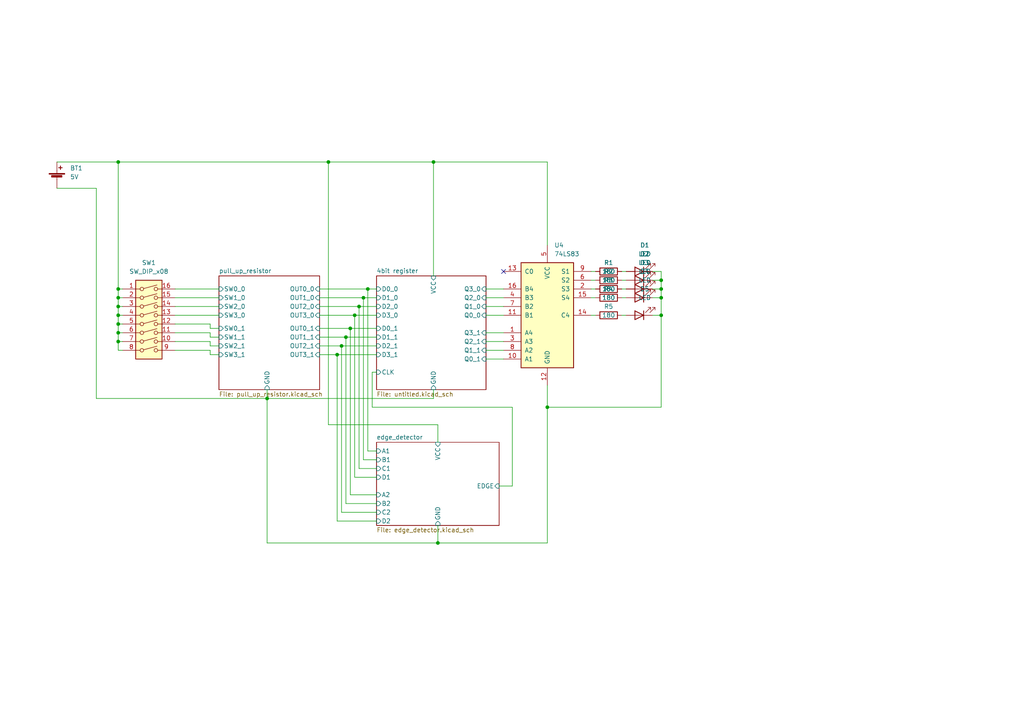
<source format=kicad_sch>
(kicad_sch (version 20211123) (generator eeschema)
  (paper "A4")
  (lib_symbols
    (symbol "74xx:74LS83" (pin_names (offset 1.016))
      (property "Reference" "U" (at -7.62 16.51 0))
      (property "Value" "74LS83" (at -7.62 -16.51 0))
      (symbol "74LS83_1_0"
        (pin input line (at -12.7 -5.08 0) (length 5.08) (name "A4") (number "1"))
        (pin input line (at -12.7 -12.7 0) (length 5.08) (name "A1") (number "10"))
        (pin input line (at -12.7 0 0) (length 5.08) (name "B1") (number "11"))
        (pin power_in line (at 0 -20.32 90) (length 5.08) (name "GND") (number "12"))
        (pin input line (at -12.7 12.7 0) (length 5.08) (name "C0") (number "13"))
        (pin output line (at 12.7 0 180) (length 5.08) (name "C4") (number "14"))
        (pin output line (at 12.7 5.08 180) (length 5.08) (name "S4") (number "15"))
        (pin input line (at -12.7 7.62 0) (length 5.08) (name "B4") (number "16"))
        (pin output line (at 12.7 7.62 180) (length 5.08) (name "S3") (number "2"))
        (pin input line (at -12.7 -7.62 0) (length 5.08) (name "A3") (number "3"))
        (pin input line (at -12.7 5.08 0) (length 5.08) (name "B3") (number "4"))
        (pin power_in line (at 0 20.32 270) (length 5.08) (name "VCC") (number "5"))
        (pin output line (at 12.7 10.16 180) (length 5.08) (name "S2") (number "6"))
        (pin input line (at -12.7 2.54 0) (length 5.08) (name "B2") (number "7"))
        (pin input line (at -12.7 -10.16 0) (length 5.08) (name "A2") (number "8"))
        (pin output line (at 12.7 12.7 180) (length 5.08) (name "S1") (number "9"))
      )
      (symbol "74LS83_1_1"
        (rectangle (start -7.62 15.24) (end 7.62 -15.24) (stroke (width 0.254)) (fill (type background)))
      )
    )
    (symbol "Device:Battery_Cell" (pin_numbers hide) (pin_names (offset 0) hide)
      (property "Reference" "BT" (at 2.54 2.54 0))
      (property "Value" "Battery_Cell" (at 2.54 0 0))
      (symbol "Battery_Cell_0_1"
        (rectangle (start -2.286 1.778) (end 2.286 1.524) (fill (type outline)))
        (rectangle (start -1.5748 1.1938) (end 1.4732 0.6858) (fill (type outline)))
        (polyline (pts (xy 0 0.762) (xy 0 0)))
        (polyline (pts (xy 0 1.778) (xy 0 2.54)))
        (polyline (pts (xy 0.508 3.429) (xy 1.524 3.429)) (stroke (width 0.254)))
        (polyline (pts (xy 1.016 3.937) (xy 1.016 2.921)) (stroke (width 0.254)))
      )
      (symbol "Battery_Cell_1_1"
        (pin passive line (at 0 5.08 270) (length 2.54) (name "+") (number "1"))
        (pin passive line (at 0 -2.54 90) (length 2.54) (name "-") (number "2"))
      )
    )
    (symbol "Device:LED" (pin_numbers hide) (pin_names (offset 1.016) hide)
      (property "Reference" "D" (at 0 2.54 0))
      (property "Value" "LED" (at 0 -2.54 0))
      (symbol "LED_0_1"
        (polyline (pts (xy -1.27 -1.27) (xy -1.27 1.27)) (stroke (width 0.254)))
        (polyline (pts (xy -1.27 0) (xy 1.27 0)))
        (polyline (pts (xy 1.27 -1.27) (xy 1.27 1.27) (xy -1.27 0) (xy 1.27 -1.27)) (stroke (width 0.254)))
        (polyline (pts (xy -3.048 -0.762) (xy -4.572 -2.286) (xy -3.81 -2.286) (xy -4.572 -2.286) (xy -4.572 -1.524)))
        (polyline (pts (xy -1.778 -0.762) (xy -3.302 -2.286) (xy -2.54 -2.286) (xy -3.302 -2.286) (xy -3.302 -1.524)))
      )
      (symbol "LED_1_1"
        (pin passive line (at -3.81 0 0) (length 2.54) (name "K") (number "1"))
        (pin passive line (at 3.81 0 180) (length 2.54) (name "A") (number "2"))
      )
    )
    (symbol "Device:R" (pin_numbers hide) (pin_names (offset 0))
      (property "Reference" "R" (at 2.032 0 90))
      (property "Value" "R" (at 0 0 90))
      (symbol "R_0_1"
        (rectangle (start -1.016 -2.54) (end 1.016 2.54) (stroke (width 0.254)))
      )
      (symbol "R_1_1"
        (pin passive line (at 0 3.81 270) (length 1.27) (name "~") (number "1"))
        (pin passive line (at 0 -3.81 90) (length 1.27) (name "~") (number "2"))
      )
    )
    (symbol "Switch:SW_DIP_x08" (pin_names (offset 0) hide)
      (property "Reference" "SW" (at 0 13.97 0))
      (property "Value" "SW_DIP_x08" (at 0 -11.43 0))
      (symbol "SW_DIP_x08_0_0"
        (circle (center -2.032 -7.62) (radius 0.508))
        (circle (center -2.032 -5.08) (radius 0.508))
        (circle (center -2.032 -2.54) (radius 0.508))
        (circle (center -2.032 0) (radius 0.508))
        (circle (center -2.032 2.54) (radius 0.508))
        (circle (center -2.032 5.08) (radius 0.508))
        (circle (center -2.032 7.62) (radius 0.508))
        (circle (center -2.032 10.16) (radius 0.508))
        (polyline (pts (xy -1.524 -7.4676) (xy 2.3622 -6.4262)))
        (polyline (pts (xy -1.524 -4.9276) (xy 2.3622 -3.8862)))
        (polyline (pts (xy -1.524 -2.3876) (xy 2.3622 -1.3462)))
        (polyline (pts (xy -1.524 0.127) (xy 2.3622 1.1684)))
        (polyline (pts (xy -1.524 2.667) (xy 2.3622 3.7084)))
        (polyline (pts (xy -1.524 5.207) (xy 2.3622 6.2484)))
        (polyline (pts (xy -1.524 7.747) (xy 2.3622 8.7884)))
        (polyline (pts (xy -1.524 10.287) (xy 2.3622 11.3284)))
        (circle (center 2.032 -7.62) (radius 0.508))
        (circle (center 2.032 -5.08) (radius 0.508))
        (circle (center 2.032 -2.54) (radius 0.508))
        (circle (center 2.032 0) (radius 0.508))
        (circle (center 2.032 2.54) (radius 0.508))
        (circle (center 2.032 5.08) (radius 0.508))
        (circle (center 2.032 7.62) (radius 0.508))
        (circle (center 2.032 10.16) (radius 0.508))
      )
      (symbol "SW_DIP_x08_0_1"
        (rectangle (start -3.81 12.7) (end 3.81 -10.16) (stroke (width 0.254)) (fill (type background)))
      )
      (symbol "SW_DIP_x08_1_1"
        (pin passive line (at -7.62 10.16 0) (length 5.08) (name "~") (number "1"))
        (pin passive line (at 7.62 -5.08 180) (length 5.08) (name "~") (number "10"))
        (pin passive line (at 7.62 -2.54 180) (length 5.08) (name "~") (number "11"))
        (pin passive line (at 7.62 0 180) (length 5.08) (name "~") (number "12"))
        (pin passive line (at 7.62 2.54 180) (length 5.08) (name "~") (number "13"))
        (pin passive line (at 7.62 5.08 180) (length 5.08) (name "~") (number "14"))
        (pin passive line (at 7.62 7.62 180) (length 5.08) (name "~") (number "15"))
        (pin passive line (at 7.62 10.16 180) (length 5.08) (name "~") (number "16"))
        (pin passive line (at -7.62 7.62 0) (length 5.08) (name "~") (number "2"))
        (pin passive line (at -7.62 5.08 0) (length 5.08) (name "~") (number "3"))
        (pin passive line (at -7.62 2.54 0) (length 5.08) (name "~") (number "4"))
        (pin passive line (at -7.62 0 0) (length 5.08) (name "~") (number "5"))
        (pin passive line (at -7.62 -2.54 0) (length 5.08) (name "~") (number "6"))
        (pin passive line (at -7.62 -5.08 0) (length 5.08) (name "~") (number "7"))
        (pin passive line (at -7.62 -7.62 0) (length 5.08) (name "~") (number "8"))
        (pin passive line (at 7.62 -7.62 180) (length 5.08) (name "~") (number "9"))
      )
    )
  )
  (junction (at 101.6 95.25))
  (junction (at 102.87 91.44))
  (junction (at 105.41 86.36))
  (junction (at 97.79 102.87))
  (junction (at 127 157.48))
  (junction (at 100.33 97.79))
  (junction (at 77.47 115.57))
  (junction (at 106.68 83.82))
  (junction (at 99.06 100.33))
  (junction (at 34.29 46.99))
  (junction (at 34.29 93.98))
  (junction (at 34.29 96.52))
  (junction (at 34.29 83.82))
  (junction (at 191.77 91.44))
  (junction (at 191.77 86.36))
  (junction (at 34.29 99.06))
  (junction (at 104.14 88.9))
  (junction (at 191.77 81.28))
  (junction (at 34.29 86.36))
  (junction (at 95.25 46.99))
  (junction (at 34.29 91.44))
  (junction (at 191.77 83.82))
  (junction (at 34.29 88.9))
  (junction (at 125.73 46.99))
  (junction (at 158.75 118.11))
  (no_connect (at 146.05 78.74))
  (wire (pts (xy 95.25 123.19) (xy 95.25 46.99)))
  (wire (pts (xy 106.68 83.82) (xy 109.22 83.82)))
  (wire (pts (xy 27.94 115.57) (xy 77.47 115.57)))
  (wire (pts (xy 50.8 96.52) (xy 60.96 96.52)))
  (wire (pts (xy 92.71 83.82) (xy 106.68 83.82)))
  (wire (pts (xy 180.34 78.74) (xy 181.61 78.74)))
  (wire (pts (xy 140.97 101.6) (xy 146.05 101.6)))
  (wire (pts (xy 92.71 95.25) (xy 101.6 95.25)))
  (wire (pts (xy 172.72 78.74) (xy 171.45 78.74)))
  (wire (pts (xy 92.71 100.33) (xy 99.06 100.33)))
  (wire (pts (xy 50.8 91.44) (xy 63.5 91.44)))
  (wire (pts (xy 106.68 83.82) (xy 106.68 130.81)))
  (wire (pts (xy 101.6 95.25) (xy 109.22 95.25)))
  (wire (pts (xy 180.34 81.28) (xy 181.61 81.28)))
  (wire (pts (xy 140.97 83.82) (xy 146.05 83.82)))
  (wire (pts (xy 34.29 86.36) (xy 35.56 86.36)))
  (wire (pts (xy 191.77 78.74) (xy 191.77 81.28)))
  (wire (pts (xy 102.87 138.43) (xy 109.22 138.43)))
  (wire (pts (xy 102.87 91.44) (xy 109.22 91.44)))
  (wire (pts (xy 50.8 88.9) (xy 63.5 88.9)))
  (wire (pts (xy 34.29 93.98) (xy 34.29 96.52)))
  (wire (pts (xy 191.77 81.28) (xy 191.77 83.82)))
  (wire (pts (xy 34.29 93.98) (xy 35.56 93.98)))
  (wire (pts (xy 140.97 91.44) (xy 146.05 91.44)))
  (wire (pts (xy 140.97 99.06) (xy 146.05 99.06)))
  (wire (pts (xy 92.71 88.9) (xy 104.14 88.9)))
  (wire (pts (xy 97.79 151.13) (xy 109.22 151.13)))
  (wire (pts (xy 34.29 83.82) (xy 35.56 83.82)))
  (wire (pts (xy 140.97 86.36) (xy 146.05 86.36)))
  (wire (pts (xy 34.29 83.82) (xy 34.29 86.36)))
  (wire (pts (xy 60.96 99.06) (xy 60.96 100.33)))
  (wire (pts (xy 100.33 97.79) (xy 100.33 146.05)))
  (wire (pts (xy 92.71 86.36) (xy 105.41 86.36)))
  (wire (pts (xy 60.96 96.52) (xy 60.96 97.79)))
  (wire (pts (xy 34.29 91.44) (xy 34.29 93.98)))
  (wire (pts (xy 100.33 146.05) (xy 109.22 146.05)))
  (wire (pts (xy 107.95 118.11) (xy 107.95 107.95)))
  (wire (pts (xy 60.96 101.6) (xy 60.96 102.87)))
  (wire (pts (xy 148.59 140.97) (xy 148.59 118.11)))
  (wire (pts (xy 189.23 83.82) (xy 191.77 83.82)))
  (wire (pts (xy 140.97 104.14) (xy 146.05 104.14)))
  (wire (pts (xy 34.29 86.36) (xy 34.29 88.9)))
  (wire (pts (xy 95.25 46.99) (xy 34.29 46.99)))
  (wire (pts (xy 172.72 86.36) (xy 171.45 86.36)))
  (wire (pts (xy 101.6 95.25) (xy 101.6 143.51)))
  (wire (pts (xy 105.41 133.35) (xy 109.22 133.35)))
  (wire (pts (xy 180.34 83.82) (xy 181.61 83.82)))
  (wire (pts (xy 144.78 140.97) (xy 148.59 140.97)))
  (wire (pts (xy 34.29 99.06) (xy 35.56 99.06)))
  (wire (pts (xy 99.06 148.59) (xy 99.06 100.33)))
  (wire (pts (xy 189.23 81.28) (xy 191.77 81.28)))
  (wire (pts (xy 60.96 100.33) (xy 63.5 100.33)))
  (wire (pts (xy 34.29 91.44) (xy 35.56 91.44)))
  (wire (pts (xy 16.51 54.61) (xy 27.94 54.61)))
  (wire (pts (xy 34.29 96.52) (xy 35.56 96.52)))
  (wire (pts (xy 189.23 91.44) (xy 191.77 91.44)))
  (wire (pts (xy 127 128.27) (xy 127 123.19)))
  (wire (pts (xy 172.72 81.28) (xy 171.45 81.28)))
  (wire (pts (xy 180.34 91.44) (xy 181.61 91.44)))
  (wire (pts (xy 107.95 107.95) (xy 109.22 107.95)))
  (wire (pts (xy 92.71 91.44) (xy 102.87 91.44)))
  (wire (pts (xy 104.14 135.89) (xy 109.22 135.89)))
  (wire (pts (xy 158.75 111.76) (xy 158.75 118.11)))
  (wire (pts (xy 104.14 88.9) (xy 109.22 88.9)))
  (wire (pts (xy 191.77 91.44) (xy 191.77 118.11)))
  (wire (pts (xy 34.29 96.52) (xy 34.29 99.06)))
  (wire (pts (xy 60.96 102.87) (xy 63.5 102.87)))
  (wire (pts (xy 105.41 86.36) (xy 105.41 133.35)))
  (wire (pts (xy 191.77 118.11) (xy 158.75 118.11)))
  (wire (pts (xy 105.41 86.36) (xy 109.22 86.36)))
  (wire (pts (xy 97.79 102.87) (xy 109.22 102.87)))
  (wire (pts (xy 180.34 86.36) (xy 181.61 86.36)))
  (wire (pts (xy 127 157.48) (xy 77.47 157.48)))
  (wire (pts (xy 158.75 46.99) (xy 158.75 71.12)))
  (wire (pts (xy 34.29 88.9) (xy 35.56 88.9)))
  (wire (pts (xy 60.96 95.25) (xy 63.5 95.25)))
  (wire (pts (xy 34.29 99.06) (xy 34.29 101.6)))
  (wire (pts (xy 60.96 97.79) (xy 63.5 97.79)))
  (wire (pts (xy 92.71 102.87) (xy 97.79 102.87)))
  (wire (pts (xy 172.72 91.44) (xy 171.45 91.44)))
  (wire (pts (xy 102.87 91.44) (xy 102.87 138.43)))
  (wire (pts (xy 158.75 118.11) (xy 158.75 157.48)))
  (wire (pts (xy 50.8 99.06) (xy 60.96 99.06)))
  (wire (pts (xy 125.73 46.99) (xy 95.25 46.99)))
  (wire (pts (xy 50.8 83.82) (xy 63.5 83.82)))
  (wire (pts (xy 27.94 54.61) (xy 27.94 115.57)))
  (wire (pts (xy 172.72 83.82) (xy 171.45 83.82)))
  (wire (pts (xy 77.47 115.57) (xy 77.47 113.03)))
  (wire (pts (xy 140.97 88.9) (xy 146.05 88.9)))
  (wire (pts (xy 50.8 86.36) (xy 63.5 86.36)))
  (wire (pts (xy 125.73 115.57) (xy 77.47 115.57)))
  (wire (pts (xy 77.47 157.48) (xy 77.47 115.57)))
  (wire (pts (xy 125.73 113.03) (xy 125.73 115.57)))
  (wire (pts (xy 125.73 46.99) (xy 158.75 46.99)))
  (wire (pts (xy 60.96 93.98) (xy 60.96 95.25)))
  (wire (pts (xy 16.51 46.99) (xy 34.29 46.99)))
  (wire (pts (xy 101.6 143.51) (xy 109.22 143.51)))
  (wire (pts (xy 99.06 148.59) (xy 109.22 148.59)))
  (wire (pts (xy 140.97 96.52) (xy 146.05 96.52)))
  (wire (pts (xy 50.8 101.6) (xy 60.96 101.6)))
  (wire (pts (xy 97.79 102.87) (xy 97.79 151.13)))
  (wire (pts (xy 50.8 93.98) (xy 60.96 93.98)))
  (wire (pts (xy 34.29 101.6) (xy 35.56 101.6)))
  (wire (pts (xy 100.33 97.79) (xy 109.22 97.79)))
  (wire (pts (xy 189.23 86.36) (xy 191.77 86.36)))
  (wire (pts (xy 191.77 83.82) (xy 191.77 86.36)))
  (wire (pts (xy 34.29 46.99) (xy 34.29 83.82)))
  (wire (pts (xy 158.75 157.48) (xy 127 157.48)))
  (wire (pts (xy 104.14 88.9) (xy 104.14 135.89)))
  (wire (pts (xy 127 157.48) (xy 127 152.4)))
  (wire (pts (xy 107.95 118.11) (xy 148.59 118.11)))
  (wire (pts (xy 127 123.19) (xy 95.25 123.19)))
  (wire (pts (xy 34.29 88.9) (xy 34.29 91.44)))
  (wire (pts (xy 92.71 97.79) (xy 100.33 97.79)))
  (wire (pts (xy 191.77 86.36) (xy 191.77 91.44)))
  (wire (pts (xy 189.23 78.74) (xy 191.77 78.74)))
  (wire (pts (xy 106.68 130.81) (xy 109.22 130.81)))
  (wire (pts (xy 125.73 80.01) (xy 125.73 46.99)))
  (wire (pts (xy 99.06 100.33) (xy 109.22 100.33)))
  (symbol (lib_id "Device:LED") (at 185.42 91.44 180) (unit 1)
    (property "Reference" "D5" (at 187.0075 83.82 0))
    (property "Value" "LED" (at 187.0075 86.36 0))
    (property "Footprint" "Diode_THT:D_DO-15_P2.54mm_Vertical_KathodeUp" (effects hide))
  )
  (symbol (lib_id "Device:LED") (at 185.42 81.28 180) (unit 1)
    (property "Reference" "D2" (at 187.0075 73.66 0))
    (property "Value" "LED" (at 187.0075 76.2 0))
    (property "Footprint" "Diode_THT:D_DO-15_P2.54mm_Vertical_KathodeUp" (effects hide))
  )
  (symbol (lib_id "Device:R") (at 176.53 81.28 90) (unit 1)
    (property "Reference" "R2" (at 176.53 78.74 90))
    (property "Value" "180" (at 176.53 81.28 90))
    (property "Footprint" "Resistor_THT:R_Axial_DIN0204_L3.6mm_D1.6mm_P5.08mm_Horizontal" (effects hide))
  )
  (symbol (lib_id "Device:R") (at 176.53 91.44 90) (unit 1)
    (property "Reference" "R5" (at 176.53 88.9 90))
    (property "Value" "180" (at 176.53 91.44 90))
    (property "Footprint" "Resistor_THT:R_Axial_DIN0204_L3.6mm_D1.6mm_P5.08mm_Horizontal" (effects hide))
  )
  (symbol (lib_id "Device:R") (at 176.53 78.74 90) (unit 1)
    (property "Reference" "R1" (at 176.53 76.2 90))
    (property "Value" "180" (at 176.53 78.74 90))
    (property "Footprint" "Resistor_THT:R_Axial_DIN0204_L3.6mm_D1.6mm_P5.08mm_Horizontal" (effects hide))
  )
  (symbol (lib_id "Device:R") (at 176.53 83.82 90) (unit 1)
    (property "Reference" "R3" (at 176.53 81.28 90))
    (property "Value" "180" (at 176.53 83.82 90))
    (property "Footprint" "Resistor_THT:R_Axial_DIN0204_L3.6mm_D1.6mm_P5.08mm_Horizontal" (effects hide))
  )
  (symbol (lib_id "Device:LED") (at 185.42 86.36 180) (unit 1)
    (property "Reference" "D4" (at 187.0075 78.74 0))
    (property "Value" "LED" (at 187.0075 81.28 0))
    (property "Footprint" "Diode_THT:D_DO-15_P2.54mm_Vertical_KathodeUp" (effects hide))
  )
  (symbol (lib_id "Device:LED") (at 185.42 83.82 180) (unit 1)
    (property "Reference" "D3" (at 187.0075 76.2 0))
    (property "Value" "LED" (at 187.0075 78.74 0))
    (property "Footprint" "Diode_THT:D_DO-15_P2.54mm_Vertical_KathodeUp" (effects hide))
  )
  (symbol (lib_id "Device:Battery_Cell") (at 16.51 52.07 0) (unit 1)
    (property "Reference" "BT1" (at 20.32 48.7679 0) (effects (justify left)))
    (property "Value" "5V" (at 20.32 51.3079 0) (effects (justify left)))
    (property "Footprint" "Connector_PinHeader_2.54mm:PinHeader_1x02_P2.54mm_Vertical" (effects hide))
  )
  (symbol (lib_id "Device:R") (at 176.53 86.36 90) (unit 1)
    (property "Reference" "R4" (at 176.53 83.82 90))
    (property "Value" "180" (at 176.53 86.36 90))
    (property "Footprint" "Resistor_THT:R_Axial_DIN0204_L3.6mm_D1.6mm_P5.08mm_Horizontal" (effects hide))
  )
  (symbol (lib_id "74xx:74LS83") (at 158.75 91.44 0) (unit 1)
    (property "Reference" "U4" (at 160.7694 71.12 0) (effects (justify left)))
    (property "Value" "74LS83" (at 160.7694 73.66 0) (effects (justify left)))
    (property "Footprint" "Package_DIP:DIP-16_W7.62mm_Socket" (effects hide))
    (property "Datasheet" "http://www.ti.com/lit/gpn/sn74LS83" (effects hide))
  )
  (symbol (lib_id "Device:LED") (at 185.42 78.74 180) (unit 1)
    (property "Reference" "D1" (at 187.0075 71.12 0))
    (property "Value" "LED" (at 187.0075 73.66 0))
    (property "Footprint" "Diode_THT:D_DO-15_P2.54mm_Vertical_KathodeUp" (effects hide))
  )
  (symbol (lib_id "Switch:SW_DIP_x08") (at 43.18 93.98 0) (unit 1)
    (property "Reference" "SW1" (at 43.18 76.2 0))
    (property "Value" "SW_DIP_x08" (at 43.18 78.74 0))
    (property "Footprint" "Button_Switch_THT:SW_DIP_SPSTx08_Slide_9.78x22.5mm_W7.62mm_P2.54mm" (effects hide))
  )
  (sheet (at 63.5 80.01) (size 29.21 33.02) (stroke (width 0.1524))
    (property "Sheet name" "pull_up_resistor" (at 63.5 79.2984 0) (effects (justify left bottom)))
    (property "Sheet file" "pull_up_resistor.kicad_sch" (at 63.5 113.6146 0) (effects (justify left top)))
    (pin "GND" input (at 77.47 113.03 270))
    (pin "SW1_0" input (at 63.5 86.36 180))
    (pin "SW3_0" input (at 63.5 91.44 180))
    (pin "SW2_0" input (at 63.5 88.9 180))
    (pin "SW0_0" input (at 63.5 83.82 180))
    (pin "SW0_1" input (at 63.5 95.25 180))
    (pin "SW1_1" input (at 63.5 97.79 180))
    (pin "SW3_1" input (at 63.5 102.87 180))
    (pin "SW2_1" input (at 63.5 100.33 180))
    (pin "OUT1_1" input (at 92.71 97.79 0))
    (pin "OUT2_1" input (at 92.71 100.33 0))
    (pin "OUT0_1" input (at 92.71 95.25 0))
    (pin "OUT3_1" input (at 92.71 102.87 0))
    (pin "OUT0_0" input (at 92.71 83.82 0))
    (pin "OUT2_0" input (at 92.71 88.9 0))
    (pin "OUT1_0" input (at 92.71 86.36 0))
    (pin "OUT3_0" input (at 92.71 91.44 0))
  )
  (sheet (at 109.22 128.27) (size 35.56 24.13) (stroke (width 0.1524))
    (property "Sheet name" "edge_detector" (at 109.22 127.5584 0) (effects (justify left bottom)))
    (property "Sheet file" "edge_detector.kicad_sch" (at 109.22 152.9846 0) (effects (justify left top)))
    (pin "A1" input (at 109.22 130.81 180))
    (pin "B1" input (at 109.22 133.35 180))
    (pin "B2" input (at 109.22 146.05 180))
    (pin "D1" input (at 109.22 138.43 180))
    (pin "C1" input (at 109.22 135.89 180))
    (pin "C2" input (at 109.22 148.59 180))
    (pin "A2" input (at 109.22 143.51 180))
    (pin "D2" input (at 109.22 151.13 180))
    (pin "VCC" input (at 127 128.27 90))
    (pin "GND" input (at 127 152.4 270))
    (pin "EDGE" input (at 144.78 140.97 0))
  )
  (sheet (at 109.22 80.01) (size 31.75 33.02) (stroke (width 0.1524))
    (property "Sheet name" "4bit register" (at 109.22 79.2984 0) (effects (justify left bottom)))
    (property "Sheet file" "untitled.kicad_sch" (at 109.22 113.6146 0) (effects (justify left top)))
    (pin "D2_1" input (at 109.22 100.33 180))
    (pin "D3_1" input (at 109.22 102.87 180))
    (pin "D1_1" input (at 109.22 97.79 180))
    (pin "D0_1" input (at 109.22 95.25 180))
    (pin "Q1_1" input (at 140.97 101.6 0))
    (pin "Q2_1" input (at 140.97 99.06 0))
    (pin "Q0_1" input (at 140.97 104.14 0))
    (pin "Q3_1" input (at 140.97 96.52 0))
    (pin "CLK" input (at 109.22 107.95 180))
    (pin "D0_0" input (at 109.22 83.82 180))
    (pin "D1_0" input (at 109.22 86.36 180))
    (pin "D2_0" input (at 109.22 88.9 180))
    (pin "D3_0" input (at 109.22 91.44 180))
    (pin "Q2_0" input (at 140.97 86.36 0))
    (pin "Q0_0" input (at 140.97 91.44 0))
    (pin "Q1_0" input (at 140.97 88.9 0))
    (pin "Q3_0" input (at 140.97 83.82 0))
    (pin "VCC" input (at 125.73 80.01 90))
    (pin "GND" input (at 125.73 113.03 270))
  )
)
</source>
